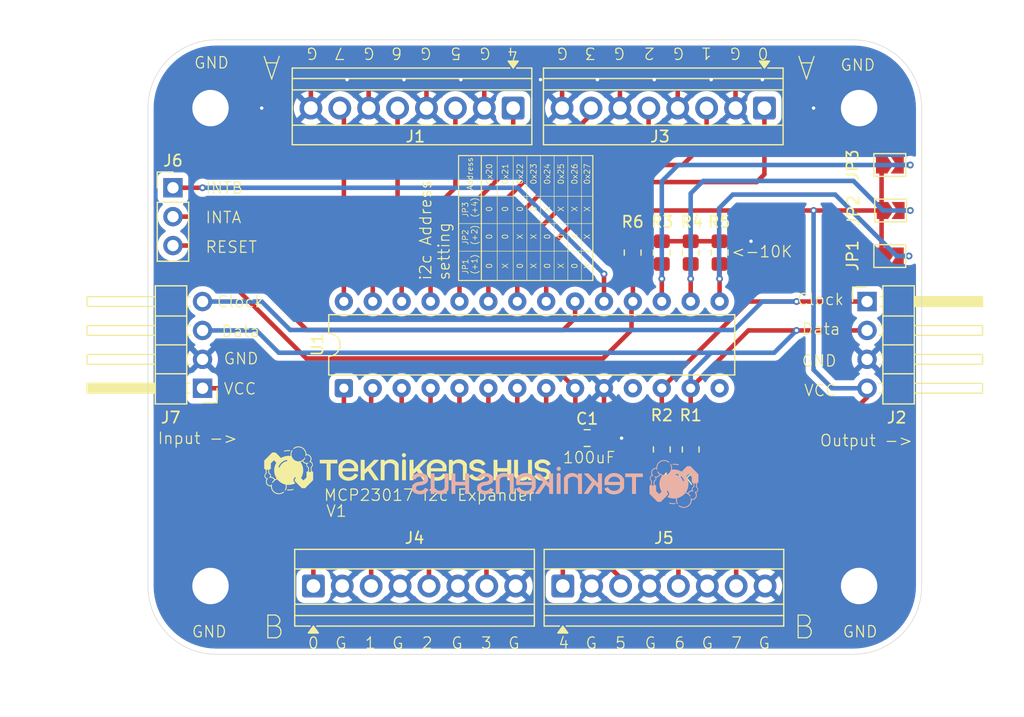
<source format=kicad_pcb>
(kicad_pcb (version 20241229) (generator "pcbnew") (generator_version "9.0")
  (layers (0 "F.Cu" signal) (2 "B.Cu" signal) (13 "F.Paste" user) (15 "B.Paste" user) (5 "F.SilkS" user "F.Silkscreen") (7 "B.SilkS" user "B.Silkscreen") (1 "F.Mask" user) (3 "B.Mask" user) (25 "Edge.Cuts" user))
  (net 0 "")
  (net 1 "GND")
  (net 2 "+3.3V")
  (net 3 "Net-(J1-Pin_5)")
  (net 4 "Net-(J1-Pin_1)")
  (net 5 "Net-(J1-Pin_7)")
  (net 6 "Net-(J1-Pin_3)")
  (net 7 "Net-(J3-Pin_5)")
  (net 8 "Net-(J3-Pin_1)")
  (net 9 "Net-(J3-Pin_3)")
  (net 10 "Net-(J3-Pin_7)")
  (net 11 "Net-(J4-Pin_7)")
  (net 12 "Net-(J4-Pin_5)")
  (net 13 "Net-(J4-Pin_1)")
  (net 14 "Net-(J4-Pin_3)")
  (net 15 "Net-(J5-Pin_7)")
  (net 16 "Net-(J5-Pin_1)")
  (net 17 "Net-(J5-Pin_3)")
  (net 18 "Net-(J5-Pin_5)")
  (net 19 "Net-(J6-Pin_2)")
  (net 20 "Net-(J6-Pin_1)")
  (net 21 "Net-(J6-Pin_3)")
  (net 22 "Net-(JP1-B)")
  (net 23 "Net-(JP2-B)")
  (net 24 "Net-(JP3-B)")
  (net 27 "Net-(J2-Pin_2)")
  (net 28 "Net-(J2-Pin_1)")
  (footprint "Jumper:SolderJumper-2_P1.3mm_Open_TrianglePad1.0x1.5mm" (layer "F.Cu") (at 172.275 92)
    (property "Reference" "JP2" (at -3.275 0 90) (layer "F.SilkS"))
    (property "Value" "SolderJumper_2_Open" (hide yes))
    (pad "1" smd custom (at -0.725 0) (size 0.3 0.3) (layers "F.Cu" "F.Mask") (net 2 "+3.3V") (options (clearance outline) (anchor rect)) (primitives (gr_poly (pts (xy 1 0) (xy 0.5 0.75) (xy -0.5 0.75) (xy -0.5 -0.75) (xy 0.5 -0.75)) (width 0) (fill yes))))
    (pad "2" smd custom (at 0.725 0) (size 0.3 0.3) (layers "F.Cu" "F.Mask") (net 23 "Net-(JP2-B)") (options (clearance outline) (anchor rect)) (primitives (gr_poly (pts (xy 0.5 0.75) (xy -0.65 0.75) (xy -0.15 0) (xy -0.65 -0.75) (xy 0.5 -0.75)) (width 0) (fill yes))))
  )
  (footprint "Resistor_SMD:R_0805_2012Metric_Pad1.20x1.40mm_HandSolder" (layer "F.Cu") (at 152.16 113 -90)
    (property "Reference" "R2" (at -3 0 180) (layer "F.SilkS"))
    (property "Value" "10K" (hide yes))
    (pad "1" smd roundrect (at -1 0 270) (size 1.2 1.4) (layers "F.Cu" "F.Mask" "F.Paste") (roundrect_rratio 0.208333) (net 28 "Net-(J2-Pin_1)"))
    (pad "2" smd roundrect (at 1 0 270) (size 1.2 1.4) (layers "F.Cu" "F.Mask" "F.Paste") (roundrect_rratio 0.208333) (net 2 "+3.3V"))
  )
  (footprint "Connector_PinHeader_2.54mm:PinHeader_1x03_P2.54mm_Vertical" (layer "F.Cu") (at 109.2 90)
    (property "Reference" "J6" (at 0 -2.38 0) (layer "F.SilkS"))
    (property "Value" "Conn_01x03_Pin" (hide yes))
    (pad "1" thru_hole rect (at 0 0) (size 1.7 1.7) (drill 1) (layers "*.Cu" "*.Mask") (net 20 "Net-(J6-Pin_1)"))
    (pad "2" thru_hole circle (at 0 2.54) (size 1.7 1.7) (drill 1) (layers "*.Cu" "*.Mask") (net 19 "Net-(J6-Pin_2)"))
    (pad "3" thru_hole circle (at 0 5.08) (size 1.7 1.7) (drill 1) (layers "*.Cu" "*.Mask") (net 21 "Net-(J6-Pin_3)"))
  )
  (footprint "TerminalBlock:TerminalBlock_Xinya_XY308-2.54-8P_1x08_P2.54mm_Horizontal" (layer "F.Cu") (at 143.46 125)
    (property "Reference" "J5" (at 8.89 -4.22 0) (layer "F.SilkS"))
    (property "Value" "Screw_Terminal_01x08 B4-B7" (hide yes))
    (pad "1" thru_hole roundrect (at 0 0) (size 2 2) (drill 1.2) (layers "*.Cu" "*.Mask") (roundrect_rratio 0.125) (net 16 "Net-(J5-Pin_1)"))
    (pad "2" thru_hole circle (at 2.54 0) (size 2 2) (drill 1.2) (layers "*.Cu" "*.Mask") (net 1 "GND"))
    (pad "3" thru_hole circle (at 5.08 0) (size 2 2) (drill 1.2) (layers "*.Cu" "*.Mask") (net 17 "Net-(J5-Pin_3)"))
    (pad "4" thru_hole circle (at 7.62 0) (size 2 2) (drill 1.2) (layers "*.Cu" "*.Mask") (net 1 "GND"))
    (pad "5" thru_hole circle (at 10.16 0) (size 2 2) (drill 1.2) (layers "*.Cu" "*.Mask") (net 18 "Net-(J5-Pin_5)"))
    (pad "6" thru_hole circle (at 12.7 0) (size 2 2) (drill 1.2) (layers "*.Cu" "*.Mask") (net 1 "GND"))
    (pad "7" thru_hole circle (at 15.24 0) (size 2 2) (drill 1.2) (layers "*.Cu" "*.Mask") (net 15 "Net-(J5-Pin_7)"))
    (pad "8" thru_hole circle (at 17.78 0) (size 2 2) (drill 1.2) (layers "*.Cu" "*.Mask") (net 1 "GND"))
  )
  (footprint "MountingHole:MountingHole_3.2mm_M3_DIN965_Pad" (layer "F.Cu") (at 169.5 125)
    (property "Reference" "H3" (hide yes))
    (property "Value" "MountingHole_Pad" (hide yes))
    (pad "1" thru_hole circle (at 0 0) (size 5.6 5.6) (drill 3.2) (layers "*.Cu" "*.Mask") (net 1 "GND"))
  )
  (footprint "Package_DIP:DIP-28_W7.62mm" (layer "F.Cu") (at 124.22 107.615 90)
    (property "Reference" "U1" (at 3.81 -2.33 90) (layer "F.SilkS"))
    (property "Value" "MCP23017_SP")
    (pad "1" thru_hole roundrect (at 0 0 90) (size 1.6 1.6) (drill 0.8) (layers "*.Cu" "*.Mask") (roundrect_rratio 0.15625) (net 13 "Net-(J4-Pin_1)"))
    (pad "2" thru_hole circle (at 0 2.54 90) (size 1.6 1.6) (drill 0.8) (layers "*.Cu" "*.Mask") (net 14 "Net-(J4-Pin_3)"))
    (pad "3" thru_hole circle (at 0 5.08 90) (size 1.6 1.6) (drill 0.8) (layers "*.Cu" "*.Mask") (net 12 "Net-(J4-Pin_5)"))
    (pad "4" thru_hole circle (at 0 7.62 90) (size 1.6 1.6) (drill 0.8) (layers "*.Cu" "*.Mask") (net 11 "Net-(J4-Pin_7)"))
    (pad "5" thru_hole circle (at 0 10.16 90) (size 1.6 1.6) (drill 0.8) (layers "*.Cu" "*.Mask") (net 16 "Net-(J5-Pin_1)"))
    (pad "6" thru_hole circle (at 0 12.7 90) (size 1.6 1.6) (drill 0.8) (layers "*.Cu" "*.Mask") (net 17 "Net-(J5-Pin_3)"))
    (pad "7" thru_hole circle (at 0 15.24 90) (size 1.6 1.6) (drill 0.8) (layers "*.Cu" "*.Mask") (net 18 "Net-(J5-Pin_5)"))
    (pad "8" thru_hole circle (at 0 17.78 90) (size 1.6 1.6) (drill 0.8) (layers "*.Cu" "*.Mask") (net 15 "Net-(J5-Pin_7)"))
    (pad "9" thru_hole circle (at 0 20.32 90) (size 1.6 1.6) (drill 0.8) (layers "*.Cu" "*.Mask") (net 2 "+3.3V"))
    (pad "10" thru_hole circle (at 0 22.86 90) (size 1.6 1.6) (drill 0.8) (layers "*.Cu" "*.Mask") (net 1 "GND"))
    (pad "11" thru_hole circle (at 0 25.4 90) (size 1.6 1.6) (drill 0.8) (layers "*.Cu" "*.Mask"))
    (pad "12" thru_hole circle (at 0 27.94 90) (size 1.6 1.6) (drill 0.8) (layers "*.Cu" "*.Mask") (net 28 "Net-(J2-Pin_1)"))
    (pad "13" thru_hole circle (at 0 30.48 90) (size 1.6 1.6) (drill 0.8) (layers "*.Cu" "*.Mask") (net 27 "Net-(J2-Pin_2)"))
    (pad "14" thru_hole circle (at 0 33.02 90) (size 1.6 1.6) (drill 0.8) (layers "*.Cu" "*.Mask"))
    (pad "15" thru_hole circle (at 7.62 33.02 90) (size 1.6 1.6) (drill 0.8) (layers "*.Cu" "*.Mask") (net 22 "Net-(JP1-B)"))
    (pad "16" thru_hole circle (at 7.62 30.48 90) (size 1.6 1.6) (drill 0.8) (layers "*.Cu" "*.Mask") (net 23 "Net-(JP2-B)"))
    (pad "17" thru_hole circle (at 7.62 27.94 90) (size 1.6 1.6) (drill 0.8) (layers "*.Cu" "*.Mask") (net 24 "Net-(JP3-B)"))
    (pad "18" thru_hole circle (at 7.62 25.4 90) (size 1.6 1.6) (drill 0.8) (layers "*.Cu" "*.Mask") (net 21 "Net-(J6-Pin_3)"))
    (pad "19" thru_hole circle (at 7.62 22.86 90) (size 1.6 1.6) (drill 0.8) (layers "*.Cu" "*.Mask") (net 20 "Net-(J6-Pin_1)"))
    (pad "20" thru_hole circle (at 7.62 20.32 90) (size 1.6 1.6) (drill 0.8) (layers "*.Cu" "*.Mask") (net 19 "Net-(J6-Pin_2)"))
    (pad "21" thru_hole circle (at 7.62 17.78 90) (size 1.6 1.6) (drill 0.8) (layers "*.Cu" "*.Mask") (net 8 "Net-(J3-Pin_1)"))
    (pad "22" thru_hole circle (at 7.62 15.24 90) (size 1.6 1.6) (drill 0.8) (layers "*.Cu" "*.Mask") (net 9 "Net-(J3-Pin_3)"))
    (pad "23" thru_hole circle (at 7.62 12.7 90) (size 1.6 1.6) (drill 0.8) (layers "*.Cu" "*.Mask") (net 7 "Net-(J3-Pin_5)"))
    (pad "24" thru_hole circle (at 7.62 10.16 90) (size 1.6 1.6) (drill 0.8) (layers "*.Cu" "*.Mask") (net 10 "Net-(J3-Pin_7)"))
    (pad "25" thru_hole circle (at 7.62 7.62 90) (size 1.6 1.6) (drill 0.8) (layers "*.Cu" "*.Mask") (net 4 "Net-(J1-Pin_1)"))
    (pad "26" thru_hole circle (at 7.62 5.08 90) (size 1.6 1.6) (drill 0.8) (layers "*.Cu" "*.Mask") (net 6 "Net-(J1-Pin_3)"))
    (pad "27" thru_hole circle (at 7.62 2.54 90) (size 1.6 1.6) (drill 0.8) (layers "*.Cu" "*.Mask") (net 3 "Net-(J1-Pin_5)"))
    (pad "28" thru_hole circle (at 7.62 0 90) (size 1.6 1.6) (drill 0.8) (layers "*.Cu" "*.Mask") (net 5 "Net-(J1-Pin_7)"))
  )
  (footprint "MountingHole:MountingHole_3.2mm_M3_DIN965_Pad" (layer "F.Cu") (at 169.5 83)
    (property "Reference" "H1" (hide yes))
    (property "Value" "MountingHole_Pad" (hide yes))
    (pad "1" thru_hole circle (at 0 0) (size 5.6 5.6) (drill 3.2) (layers "*.Cu" "*.Mask") (net 1 "GND"))
  )
  (footprint "Jumper:SolderJumper-2_P1.3mm_Open_TrianglePad1.0x1.5mm" (layer "F.Cu") (at 172.2 88)
    (property "Reference" "JP3" (at -3.275 0 90) (layer "F.SilkS"))
    (property "Value" "SolderJumper_2_Open" (hide yes))
    (pad "1" smd custom (at -0.725 0) (size 0.3 0.3) (layers "F.Cu" "F.Mask") (net 2 "+3.3V") (options (clearance outline) (anchor rect)) (primitives (gr_poly (pts (xy 1 0) (xy 0.5 0.75) (xy -0.5 0.75) (xy -0.5 -0.75) (xy 0.5 -0.75)) (width 0) (fill yes))))
    (pad "2" smd custom (at 0.725 0) (size 0.3 0.3) (layers "F.Cu" "F.Mask") (net 24 "Net-(JP3-B)") (options (clearance outline) (anchor rect)) (primitives (gr_poly (pts (xy 0.5 0.75) (xy -0.65 0.75) (xy -0.15 0) (xy -0.65 -0.75) (xy 0.5 -0.75)) (width 0) (fill yes))))
  )
  (footprint "TerminalBlock:TerminalBlock_Xinya_XY308-2.54-8P_1x08_P2.54mm_Horizontal" (layer "F.Cu") (at 161.18 83 180)
    (property "Reference" "J3" (at 9.18 -2.5 0) (layer "F.SilkS"))
    (property "Value" "Screw_Terminal_01x08 A0-A3" (hide yes))
    (pad "1" thru_hole roundrect (at 0 0 180) (size 2 2) (drill 1.2) (layers "*.Cu" "*.Mask") (roundrect_rratio 0.125) (net 8 "Net-(J3-Pin_1)"))
    (pad "2" thru_hole circle (at 2.54 0 180) (size 2 2) (drill 1.2) (layers "*.Cu" "*.Mask") (net 1 "GND"))
    (pad "3" thru_hole circle (at 5.08 0 180) (size 2 2) (drill 1.2) (layers "*.Cu" "*.Mask") (net 9 "Net-(J3-Pin_3)"))
    (pad "4" thru_hole circle (at 7.62 0 180) (size 2 2) (drill 1.2) (layers "*.Cu" "*.Mask") (net 1 "GND"))
    (pad "5" thru_hole circle (at 10.16 0 180) (size 2 2) (drill 1.2) (layers "*.Cu" "*.Mask") (net 7 "Net-(J3-Pin_5)"))
    (pad "6" thru_hole circle (at 12.7 0 180) (size 2 2) (drill 1.2) (layers "*.Cu" "*.Mask") (net 1 "GND"))
    (pad "7" thru_hole circle (at 15.24 0 180) (size 2 2) (drill 1.2) (layers "*.Cu" "*.Mask") (net 10 "Net-(J3-Pin_7)"))
    (pad "8" thru_hole circle (at 17.78 0 180) (size 2 2) (drill 1.2) (layers "*.Cu" "*.Mask") (net 1 "GND"))
  )
  (footprint "Resistor_SMD:R_0805_2012Metric_Pad1.20x1.40mm_HandSolder" (layer "F.Cu") (at 154.7 95.7 90)
    (property "Reference" "R4" (at 2.7 0.1 180) (layer "F.SilkS"))
    (property "Value" "10K" (hide yes))
    (pad "1" smd roundrect (at -1 0 90) (size 1.2 1.4) (layers "F.Cu" "F.Mask" "F.Paste") (roundrect_rratio 0.208333) (net 23 "Net-(JP2-B)"))
    (pad "2" smd roundrect (at 1 0 90) (size 1.2 1.4) (layers "F.Cu" "F.Mask" "F.Paste") (roundrect_rratio 0.208333) (net 1 "GND"))
  )
  (footprint "Jumper:SolderJumper-2_P1.3mm_Open_TrianglePad1.0x1.5mm" (layer "F.Cu") (at 172.2 96)
    (property "Reference" "JP1" (at -3.275 -0.04 270) (layer "F.SilkS"))
    (property "Value" "SolderJumper_2_Open" (hide yes))
    (pad "1" smd custom (at -0.725 0) (size 0.3 0.3) (layers "F.Cu" "F.Mask") (net 2 "+3.3V") (options (clearance outline) (anchor rect)) (primitives (gr_poly (pts (xy 1 0) (xy 0.5 0.75) (xy -0.5 0.75) (xy -0.5 -0.75) (xy 0.5 -0.75)) (width 0) (fill yes))))
    (pad "2" smd custom (at 0.725 0) (size 0.3 0.3) (layers "F.Cu" "F.Mask") (net 22 "Net-(JP1-B)") (options (clearance outline) (anchor rect)) (primitives (gr_poly (pts (xy 0.5 0.75) (xy -0.65 0.75) (xy -0.15 0) (xy -0.65 -0.75) (xy 0.5 -0.75)) (width 0) (fill yes))))
  )
  (footprint "Resistor_SMD:R_0805_2012Metric_Pad1.20x1.40mm_HandSolder" (layer "F.Cu") (at 149.6 95.7 90)
    (property "Reference" "R6" (at 2.7 0 0) (layer "F.SilkS"))
    (property "Value" "10K")
    (pad "1" smd roundrect (at -1 0 90) (size 1.2 1.4) (layers "F.Cu" "F.Mask" "F.Paste") (roundrect_rratio 0.208333) (net 21 "Net-(J6-Pin_3)"))
    (pad "2" smd roundrect (at 1 0 90) (size 1.2 1.4) (layers "F.Cu" "F.Mask" "F.Paste") (roundrect_rratio 0.208333) (net 2 "+3.3V"))
  )
  (footprint "TerminalBlock:TerminalBlock_Xinya_XY308-2.54-8P_1x08_P2.54mm_Horizontal" (layer "F.Cu") (at 139.1 83 180)
    (property "Reference" "J1" (at 8.6 -2.5 0) (layer "F.SilkS"))
    (property "Value" "Screw_Terminal_01x08 A4-A7" (hide yes))
    (pad "1" thru_hole roundrect (at 0 0 180) (size 2 2) (drill 1.2) (layers "*.Cu" "*.Mask") (roundrect_rratio 0.125) (net 4 "Net-(J1-Pin_1)"))
    (pad "2" thru_hole circle (at 2.54 0 180) (size 2 2) (drill 1.2) (layers "*.Cu" "*.Mask") (net 1 "GND"))
    (pad "3" thru_hole circle (at 5.08 0 180) (size 2 2) (drill 1.2) (layers "*.Cu" "*.Mask") (net 6 "Net-(J1-Pin_3)"))
    (pad "4" thru_hole circle (at 7.62 0 180) (size 2 2) (drill 1.2) (layers "*.Cu" "*.Mask") (net 1 "GND"))
    (pad "5" thru_hole circle (at 10.16 0 180) (size 2 2) (drill 1.2) (layers "*.Cu" "*.Mask") (net 3 "Net-(J1-Pin_5)"))
    (pad "6" thru_hole circle (at 12.7 0 180) (size 2 2) (drill 1.2) (layers "*.Cu" "*.Mask") (net 1 "GND"))
    (pad "7" thru_hole circle (at 15.24 0 180) (size 2 2) (drill 1.2) (layers "*.Cu" "*.Mask") (net 5 "Net-(J1-Pin_7)"))
    (pad "8" thru_hole circle (at 17.78 0 180) (size 2 2) (drill 1.2) (layers "*.Cu" "*.Mask") (net 1 "GND"))
  )
  (footprint "MountingHole:MountingHole_3.2mm_M3_DIN965_Pad" (layer "F.Cu") (at 112.5 83)
    (property "Reference" "H2" (hide yes))
    (property "Value" "MountingHole_Pad" (hide yes))
    (pad "1" thru_hole circle (at 0 0) (size 5.6 5.6) (drill 3.2) (layers "*.Cu" "*.Mask") (net 1 "GND"))
  )
  (footprint "Graphics:teknikenshus-text-logo" (layer "F.Cu") (at 129.8 114.8)
    (property "Reference" "G***" (hide yes))
    (property "Value" "LOGO" (hide yes))
  )
  (footprint "Capacitor_SMD:C_0805_2012Metric_Pad1.18x1.45mm_HandSolder" (layer "F.Cu") (at 145.6 112)
    (property "Reference" "C1" (at 0 -1.7 180) (layer "F.SilkS"))
    (property "Value" "C 100uf")
    (pad "1" smd roundrect (at -1.0375 0) (size 1.175 1.45) (layers "F.Cu" "F.Mask" "F.Paste") (roundrect_rratio 0.212766) (net 2 "+3.3V"))
    (pad "2" smd roundrect (at 1.0375 0) (size 1.175 1.45) (layers "F.Cu" "F.Mask" "F.Paste") (roundrect_rratio 0.212766) (net 1 "GND"))
  )
  (footprint "TerminalBlock:TerminalBlock_Xinya_XY308-2.54-8P_1x08_P2.54mm_Horizontal" (layer "F.Cu") (at 121.54 125)
    (property "Reference" "J4" (at 8.89 -4.22 0) (layer "F.SilkS"))
    (property "Value" "Screw_Terminal_01x08 B0-B3" (hide yes))
    (pad "1" thru_hole roundrect (at 0 0) (size 2 2) (drill 1.2) (layers "*.Cu" "*.Mask") (roundrect_rratio 0.125) (net 13 "Net-(J4-Pin_1)"))
    (pad "2" thru_hole circle (at 2.54 0) (size 2 2) (drill 1.2) (layers "*.Cu" "*.Mask") (net 1 "GND"))
    (pad "3" thru_hole circle (at 5.08 0) (size 2 2) (drill 1.2) (layers "*.Cu" "*.Mask") (net 14 "Net-(J4-Pin_3)"))
    (pad "4" thru_hole circle (at 7.62 0) (size 2 2) (drill 1.2) (layers "*.Cu" "*.Mask") (net 1 "GND"))
    (pad "5" thru_hole circle (at 10.16 0) (size 2 2) (drill 1.2) (layers "*.Cu" "*.Mask") (net 12 "Net-(J4-Pin_5)"))
    (pad "6" thru_hole circle (at 12.7 0) (size 2 2) (drill 1.2) (layers "*.Cu" "*.Mask") (net 1 "GND"))
    (pad "7" thru_hole circle (at 15.24 0) (size 2 2) (drill 1.2) (layers "*.Cu" "*.Mask") (net 11 "Net-(J4-Pin_7)"))
    (pad "8" thru_hole circle (at 17.78 0) (size 2 2) (drill 1.2) (layers "*.Cu" "*.Mask") (net 1 "GND"))
  )
  (footprint "Resistor_SMD:R_0805_2012Metric_Pad1.20x1.40mm_HandSolder" (layer "F.Cu") (at 152.16 95.7 90)
    (property "Reference" "R3" (at 2.7 0.04 180) (layer "F.SilkS"))
    (property "Value" "10K" (hide yes))
    (pad "1" smd roundrect (at -1 0 90) (size 1.2 1.4) (layers "F.Cu" "F.Mask" "F.Paste") (roundrect_rratio 0.208333) (net 24 "Net-(JP3-B)"))
    (pad "2" smd roundrect (at 1 0 90) (size 1.2 1.4) (layers "F.Cu" "F.Mask" "F.Paste") (roundrect_rratio 0.208333) (net 1 "GND"))
  )
  (footprint "Resistor_SMD:R_0805_2012Metric_Pad1.20x1.40mm_HandSolder" (layer "F.Cu") (at 154.7 113 -90)
    (property "Reference" "R1" (at -3 0 180) (layer "F.SilkS"))
    (property "Value" "10K" (hide yes))
    (pad "1" smd roundrect (at -1 0 270) (size 1.2 1.4) (layers "F.Cu" "F.Mask" "F.Paste") (roundrect_rratio 0.208333) (net 27 "Net-(J2-Pin_2)"))
    (pad "2" smd roundrect (at 1 0 270) (size 1.2 1.4) (layers "F.Cu" "F.Mask" "F.Paste") (roundrect_rratio 0.208333) (net 2 "+3.3V"))
  )
  (footprint "Connector_PinHeader_2.54mm:PinHeader_1x04_P2.54mm_Horizontal" (layer "F.Cu") (at 170.2 100)
    (property "Reference" "J2" (at 2.6 10.2 0) (layer "F.SilkS"))
    (property "Value" "Output")
    (pad "1" thru_hole rect (at 0 0) (size 1.7 1.7) (drill 1) (layers "*.Cu" "*.Mask") (net 28 "Net-(J2-Pin_1)"))
    (pad "2" thru_hole circle (at 0 2.54) (size 1.7 1.7) (drill 1) (layers "*.Cu" "*.Mask") (net 27 "Net-(J2-Pin_2)"))
    (pad "3" thru_hole circle (at 0 5.08) (size 1.7 1.7) (drill 1) (layers "*.Cu" "*.Mask") (net 1 "GND"))
    (pad "4" thru_hole circle (at 0 7.62) (size 1.7 1.7) (drill 1) (layers "*.Cu" "*.Mask") (net 2 "+3.3V"))
  )
  (footprint "Resistor_SMD:R_0805_2012Metric_Pad1.20x1.40mm_HandSolder" (layer "F.Cu") (at 157.24 95.7 90)
    (property "Reference" "R5" (at 2.7 -0.04 180) (layer "F.SilkS"))
    (property "Value" "10K" (hide yes))
    (pad "1" smd roundrect (at -1 0 90) (size 1.2 1.4) (layers "F.Cu" "F.Mask" "F.Paste") (roundrect_rratio 0.208333) (net 22 "Net-(JP1-B)"))
    (pad "2" smd roundrect (at 1 0 90) (size 1.2 1.4) (layers "F.Cu" "F.Mask" "F.Paste") (roundrect_rratio 0.208333) (net 1 "GND"))
  )
  (footprint "Connector_PinHeader_2.54mm:PinHeader_1x04_P2.54mm_Horizontal" (layer "F.Cu") (at 111.8 107.62 180)
    (property "Reference" "J7" (at 2.8 -2.58 0) (layer "F.SilkS"))
    (property "Value" "Input")
    (pad "1" thru_hole rect (at 0 0 180) (size 1.7 1.7) (drill 1) (layers "*.Cu" "*.Mask") (net 2 "+3.3V"))
    (pad "2" thru_hole circle (at 0 2.54 180) (size 1.7 1.7) (drill 1) (layers "*.Cu" "*.Mask") (net 1 "GND"))
    (pad "3" thru_hole circle (at 0 5.08 180) (size 1.7 1.7) (drill 1) (layers "*.Cu" "*.Mask") (net 27 "Net-(J2-Pin_2)"))
    (pad "4" thru_hole circle (at 0 7.62 180) (size 1.7 1.7) (drill 1) (layers "*.Cu" "*.Mask") (net 28 "Net-(J2-Pin_1)"))
  )
  (footprint "MountingHole:MountingHole_3.2mm_M3_DIN965_Pad" (layer "F.Cu") (at 112.5 125)
    (property "Reference" "H4" (hide yes))
    (property "Value" "MountingHole_Pad" (hide yes))
    (pad "1" thru_hole circle (at 0 0) (size 5.6 5.6) (drill 3.2) (layers "*.Cu" "*.Mask") (net 1 "GND"))
  )
  (footprint "Graphics:teknikenshus-text-logo" (layer "B.Cu") (at 142.8 116 180)
    (property "Reference" "G***" (hide yes))
    (property "Value" "LOGO" (hide yes))
  )
  (gr_arc (start 175 125) (mid 173.242641 129.242641) (end 169 131) (stroke (width 0.05)) (layer "Edge.Cuts"))
  (gr_line (start 169 131) (end 113 131) (stroke (width 0.05)) (layer "Edge.Cuts"))
  (gr_arc (start 107 83) (mid 108.757359 78.757359) (end 113 77) (stroke (width 0.05)) (layer "Edge.Cuts"))
  (gr_line (start 175 83) (end 175 125) (stroke (width 0.05)) (layer "Edge.Cuts"))
  (gr_arc (start 113 131) (mid 108.757359 129.242641) (end 107 125) (stroke (width 0.05)) (layer "Edge.Cuts"))
  (gr_arc (start 169 77) (mid 173.242641 78.757359) (end 175 83) (stroke (width 0.05)) (layer "Edge.Cuts"))
  (gr_line (start 113 77) (end 169 77) (stroke (width 0.05)) (layer "Edge.Cuts"))
  (gr_line (start 107 125) (end 107 83) (stroke (width 0.05)) (layer "Edge.Cuts"))
  (gr_text "G" (at 155.6 130.6 0) (layer "F.SilkS") (effects (font (size 1 1) (thickness 0.1)) (justify left bottom)))
  (gr_text "G" (at 154.2 77.6 180) (layer "F.SilkS") (effects (font (size 1 1) (thickness 0.1)) (justify left bottom)))
  (gr_text "G" (at 150.6 130.6 0) (layer "F.SilkS") (effects (font (size 1 1) (thickness 0.1)) (justify left bottom)))
  (gr_text "G" (at 122 77.6 180) (layer "F.SilkS") (effects (font (size 1 1) (thickness 0.1)) (justify left bottom)))
  (gr_text "G" (at 132 77.6 180) (layer "F.SilkS") (effects (font (size 1 1) (thickness 0.1)) (justify left bottom)))
  (gr_text "G" (at 127 77.6 180) (layer "F.SilkS") (effects (font (size 1 1) (thickness 0.1)) (justify left bottom)))
  (gr_text "7" (at 158.2 130.6 0) (layer "F.SilkS") (effects (font (size 1 1) (thickness 0.1)) (justify left bottom)))
  (gr_text "G" (at 128.4 130.6 0) (layer "F.SilkS") (effects (font (size 1 1) (thickness 0.1)) (justify left bottom)))
  (gr_text "1" (at 156.6 77.6 180) (layer "F.SilkS") (effects (font (size 1 1) (thickness 0.1)) (justify left bottom)))
  (gr_text "0" (at 161.6 77.6 180) (layer "F.SilkS") (effects (font (size 1 1) (thickness 0.1)) (justify left bottom)))
  (gr_text "GND" (at 111 79.6 0) (layer "F.SilkS") (effects (font (size 1 1) (thickness 0.1)) (justify left bottom)))
  (gr_text "1" (at 126 130.6 0) (layer "F.SilkS") (effects (font (size 1 1) (thickness 0.1)) (justify left bottom)))
  (gr_text "G" (at 144 77.6 180) (layer "F.SilkS") (effects (font (size 1 1) (thickness 0.1)) (justify left bottom)))
  (gr_text "G" (at 137.2 77.6 180) (layer "F.SilkS") (effects (font (size 1 1) (thickness 0.1)) (justify left bottom)))
  (gr_text "Input ->" (at 107.8 112.6 0) (layer "F.SilkS") (effects (font (size 1 1) (thickness 0.1)) (justify left bottom)))
  (gr_text "<-10K" (at 158.2 96.2 0) (layer "F.SilkS") (effects (font (size 1 1) (thickness 0.1)) (justify left bottom)))
  (gr_text "GND" (at 168 129.6 0) (layer "F.SilkS") (effects (font (size 1 1) (thickness 0.1)) (justify left bottom)))
  (gr_text "V1" (at 122.6 119 0) (layer "F.SilkS") (effects (font (size 1 1) (thickness 0.1)) (justify left bottom)))
  (gr_text "A" (at 118.8 78.2 180) (layer "F.SilkS") (effects (font (size 2 2) (thickness 0.1)) (justify left bottom)))
  (gr_text "4" (at 143 130.6 0) (layer "F.SilkS") (effects (font (size 1 1) (thickness 0.1)) (justify left bottom)))
  (gr_text "INTA" (at 112 93.2 0) (layer "F.SilkS") (effects (font (size 1 1) (thickness 0.1)) (justify left bottom)))
  (gr_text "Clock\n" (at 164 100.4 0) (layer "F.SilkS") (effects (font (size 1 1) (thickness 0.1)) (justify left bottom)))
  (gr_text "0" (at 121 130.6 0) (layer "F.SilkS") (effects (font (size 1 1) (thickness 0.1)) (justify left bottom)))
  (gr_text "2" (at 151.6 77.6 180) (layer "F.SilkS") (effects (font (size 1 1) (thickness 0.1)) (justify left bottom)))
  (gr_text "GND" (at 113.6 105.6 0) (layer "F.SilkS") (effects (font (size 1 1) (thickness 0.1)) (justify left bottom)))
  (gr_text "100uF" (at 143.4 114.297154 0) (layer "F.SilkS") (effects (font (size 1 1) (thickness 0.1)) (justify left bottom)))
  (gr_text "GND" (at 164.4 105.8 0) (layer "F.SilkS") (effects (font (size 1 1) (thickness 0.1)) (justify left bottom)))
  (gr_text "Clock\n" (at 113 100.6 0) (layer "F.SilkS") (effects (font (size 1 1) (thickness 0.1)) (justify left bottom)))
  (gr_text "G" (at 149 77.6 180) (layer "F.SilkS") (effects (font (size 1 1) (thickness 0.1)) (justify left bottom)))
  (gr_text "Data" (at 113.4 103.2 0) (layer "F.SilkS") (effects (font (size 1 1) (thickness 0.1)) (justify left bottom)))
  (gr_text "4" (at 139.6 77.6 180) (layer "F.SilkS") (effects (font (size 1 1) (thickness 0.1)) (justify left bottom)))
  (gr_text "3" (at 146.4 77.6 180) (layer "F.SilkS") (effects (font (size 1 1) (thickness 0.1)) (justify left bottom)))
  (gr_text "B" (at 117 129.8 0) (layer "F.SilkS") (effects (font (size 2 2) (thickness 0.1)) (justify left bottom)))
  (gr_text "6" (at 153.2 130.6 0) (layer "F.SilkS") (effects (font (size 1 1) (thickness 0.1)) (justify left bottom)))
  (gr_text "3" (at 136.2 130.6 0) (layer "F.SilkS") (effects (font (size 1 1) (thickness 0.1)) (justify left bottom)))
  (gr_text "G" (at 138.6 130.6 0) (layer "F.SilkS") (effects (font (size 1 1) (thickness 0.1)) (justify left bottom)))
  (gr_text "A" (at 165.8 78.2 180) (layer "F.SilkS") (effects (font (size 2 2) (thickness 0.1)) (justify left bottom)))
  (gr_text "10K" (at 152 116.2 0) (layer "F.SilkS") (effects (font (size 1 1) (thickness 0.1)) (justify left bottom)))
  (gr_text "VCC" (at 113.6 108.255 0) (layer "F.SilkS") (effects (font (size 1 1) (thickness 0.1)) (justify left bottom)))
  (gr_text "Output ->" (at 166 112.8 0) (layer "F.SilkS") (effects (font (size 1 1) (thickness 0.1)) (justify left bottom)))
  (gr_text "i2c Address\nsetting" (at 133.6 98.2 90) (layer "F.SilkS") (effects (font (size 1 1) (thickness 0.1)) (justify left bottom)))
  (gr_text "5" (at 148 130.6 0) (layer "F.SilkS") (effects (font (size 1 1) (thickness 0.1)) (justify left bottom)))
  (gr_text "GND" (at 110.8 129.6 0) (layer "F.SilkS") (effects (font (size 1 1) (thickness 0.1)) (justify left bottom)))
  (gr_text "G" (at 145.4 130.6 0) (layer "F.SilkS") (effects (font (size 1 1) (thickness 0.1)) (justify left bottom)))
  (gr_text "Data" (at 164.4 103 0) (layer "F.SilkS") (effects (font (size 1 1) (thickness 0.1)) (justify left bottom)))
  (gr_text "G" (at 133.6 130.6 0) (layer "F.SilkS") (effects (font (size 1 1) (thickness 0.1)) (justify left bottom)))
  (gr_text "6" (at 129.4 77.6 180) (layer "F.SilkS") (effects (font (size 1 1) (thickness 0.1)) (justify left bottom)))
  (gr_text "INTB" (at 112 90.6 0) (layer "F.SilkS") (effects (font (size 1 1) (thickness 0.1)) (justify left bottom)))
  (gr_text "MCP23017 i2c Expander" (at 122.4 117.6 0) (layer "F.SilkS") (effects (font (size 1 1) (thickness 0.1)) (justify left bottom)))
  (gr_text "VCC" (at 164.6 108.4 0) (layer "F.SilkS") (effects (font (size 1 1) (thickness 0.1)) (justify left bottom)))
  (gr_text "RESET" (at 112 95.8 0) (layer "F.SilkS") (effects (font (size 1 1) (thickness 0.1)) (justify left bottom)))
  (gr_text "7" (at 124.4 77.6 180) (layer "F.SilkS") (effects (font (size 1 1) (thickness 0.1)) (justify left bottom)))
  (gr_text "GND" (at 167.8 79.8 0) (layer "F.SilkS") (effects (font (size 1 1) (thickness 0.1)) (justify left bottom)))
  (gr_text "G" (at 160.6 130.6 0) (layer "F.SilkS") (effects (font (size 1 1) (thickness 0.1)) (justify left bottom)))
  (gr_text "G" (at 159.2 77.6 180) (layer "F.SilkS") (effects (font (size 1 1) (thickness 0.1)) (justify left bottom)))
  (gr_text "2" (at 131 130.6 0) (layer "F.SilkS") (effects (font (size 1 1) (thickness 0.1)) (justify left bottom)))
  (gr_text "5" (at 134.6 77.6 180) (layer "F.SilkS") (effects (font (size 1 1) (thickness 0.1)) (justify left bottom)))
  (gr_text "B" (at 163.6 129.8 0) (layer "F.SilkS") (effects (font (size 2 2) (thickness 0.1)) (justify left bottom)))
  (gr_text "G" (at 123.4 130.6 0) (layer "F.SilkS") (effects (font (size 1 1) (thickness 0.1)) (justify left bottom)))
  (table (column_count 4) (layer "F.SilkS") (border (external yes) (header yes) (stroke (width 0.1))) (separators (rows yes) (cols yes) (stroke (width 0.05))) (column_widths 2.575 2.425 2.4 3.575) (row_heights 2 1.4 1.4 1.2 1.2 1.2 1.2 1.2 1) (cells (table_cell "JP1 (+1)" (start 134.3 98.15) (end 136.3 95.575) (margins 0.5 0.5 0.5 0.5) (span 1 1) (angle 90) (layer "F.SilkS") (effects (font (size 0.5 0.5)) (justify left))) (table_cell "JP2 (+2)" (start 134.3 95.575) (end 136.3 93.15) (margins 0.5 0.5 0.5 0.5) (span 1 1) (angle 90) (layer "F.SilkS") (effects (font (size 0.5 0.5)) (justify left))) (table_cell "JP3 (+4)" (start 134.3 93.15) (end 136.3 90.75) (margins 0.5 0.5 0.5 0.5) (span 1 1) (angle 90) (layer "F.SilkS") (effects (font (size 0.5 0.5)) (justify left))) (table_cell "Address" (start 134.3 90.75) (end 136.3 87.175) (margins 0.5 0.5 0.5 0.5) (span 1 1) (angle 90) (layer "F.SilkS") (effects (font (size 0.5 0.5)) (justify left))) (table_cell "0" (start 136.3 98.15) (end 137.7 95.575) (margins 1.0025 1.0025 1.0025 1.0025) (span 1 1) (angle 90) (layer "F.SilkS") (effects (font (size 0.5 0.5)) (justify left))) (table_cell "0" (start 136.3 95.575) (end 137.7 93.15) (margins 1.0025 1.0025 1.0025 1.0025) (span 1 1) (angle 90) (layer "F.SilkS") (effects (font (size 0.5 0.5)) (justify left))) (table_cell "0" (start 136.3 93.15) (end 137.7 90.75) (margins 1.0025 1.0025 1.0025 1.0025) (span 1 1) (angle 90) (layer "F.SilkS") (effects (font (size 0.5 0.5)) (justify left))) (table_cell "0x20" (start 136.3 90.75) (end 137.7 87.175) (margins 1.0025 1.0025 1.0025 1.0025) (span 1 1) (angle 90) (layer "F.SilkS") (effects (font (size 0.5 0.5)) (justify left))) (table_cell "X" (start 137.7 98.15) (end 139.1 95.575) (margins 1.0025 1.0025 1.0025 1.0025) (span 1 1) (angle 90) (layer "F.SilkS") (effects (font (size 0.5 0.5)) (justify left))) (table_cell "0" (start 137.7 95.575) (end 139.1 93.15) (margins 1.0025 1.0025 1.0025 1.0025) (span 1 1) (angle 90) (layer "F.SilkS") (effects (font (size 0.5 0.5)) (justify left))) (table_cell "0" (start 137.7 93.15) (end 139.1 90.75) (margins 1.0025 1.0025 1.0025 1.0025) (span 1 1) (angle 90) (layer "F.SilkS") (effects (font (size 0.5 0.5)) (justify left))) (table_cell "0x21" (start 137.7 90.75) (end 139.1 87.175) (margins 1.0025 1.0025 1.0025 1.0025) (span 1 1) (angle 90) (layer "F.SilkS") (effects (font (size 0.5 0.5)) (justify left))) (table_cell "0" (start 139.1 98.15) (end 140.3 95.575) (margins 1.0025 1.0025 1.0025 1.0025) (span 1 1) (angle 90) (layer "F.SilkS") (effects (font (size 0.5 0.5)) (justify left))) (table_cell "X" (start 139.1 95.575) (end 140.3 93.15) (margins 1.0025 1.0025 1.0025 1.0025) (span 1 1) (angle 90) (layer "F.SilkS") (effects (font (size 0.5 0.5)) (justify left))) (table_cell "0" (start 139.1 93.15) (end 140.3 90.75) (margins 1.0025 1.0025 1.0025 1.0025) (span 1 1) (angle 90) (layer "F.SilkS") (effects (font (size 0.5 0.5)) (justify left))) (table_cell "0x22" (start 139.1 90.75) (end 140.3 87.175) (margins 1.0025 1.0025 1.0025 1.0025) (span 1 1) (angle 90) (layer "F.SilkS") (effects (font (size 0.5 0.5)) (justify left))) (table_cell "X" (start 140.3 98.15) (end 141.5 95.575) (margins 1.0025 1.0025 1.0025 1.0025) (span 1 1) (angle 90) (layer "F.SilkS") (effects (font (size 0.5 0.5)) (justify left))) (table_cell "X" (start 140.3 95.575) (end 141.5 93.15) (margins 1.0025 1.0025 1.0025 1.0025) (span 1 1) (angle 90) (layer "F.SilkS") (effects (font (size 0.5 0.5)) (justify left))) (table_cell "0" (start 140.3 93.15) (end 141.5 90.75) (margins 1.0025 1.0025 1.0025 1.0025) (span 1 1) (angle 90) (layer "F.SilkS") (effects (font (size 0.5 0.5)) (justify left))) (table_cell "0x23" (start 140.3 90.75) (end 141.5 87.175) (margins 1.0025 1.0025 1.0025 1.0025) (span 1 1) (angle 90) (layer "F.SilkS") (effects (font (size 0.5 0.5)) (justify left))) (table_cell "0" (start 141.5 98.15) (end 142.7 95.575) (margins 1.0025 1.0025 1.0025 1.0025) (span 1 1) (angle 90) (layer "F.SilkS") (effects (font (size 0.5 0.5)) (justify left))) (table_cell "0" (start 141.5 95.575) (end 142.7 93.15) (margins 1.0025 1.0025 1.0025 1.0025) (span 1 1) (angle 90) (layer "F.SilkS") (effects (font (size 0.5 0.5)) (justify left))) (table_cell "X" (start 141.5 93.15) (end 142.7 90.75) (margins 1.0025 1.0025 1.0025 1.0025) (span 1 1) (angle 90) (layer "F.SilkS") (effects (font (size 0.5 0.5)) (justify left))) (table_cell "0x24" (start 141.5 90.75) (end 142.7 87.175) (margins 1.0025 1.0025 1.0025 1.0025) (span 1 1) (angle 90) (layer "F.SilkS") (effects (font (size 0.5 0.5)) (justify left))) (table_cell "X" (start 142.7 98.15) (end 143.9 95.575) (margins 1.0025 1.0025 1.0025 1.0025) (span 1 1) (angle 90) (layer "F.SilkS") (effects (font (size 0.5 0.5)) (justify left))) (table_cell "0" (start 142.7 95.575) (end 143.9 93.15) (margins 1.0025 1.0025 1.0025 1.0025) (span 1 1) (angle 90) (layer "F.SilkS") (effects (font (size 0.5 0.5)) (justify left))) (table_cell "X" (start 142.7 93.15) (end 143.9 90.75) (margins 1.0025 1.0025 1.0025 1.0025) (span 1 1) (angle 90) (layer "F.SilkS") (effects (font (size 0.5 0.5)) (justify left))) (table_cell "0x25" (start 142.7 90.75) (end 143.9 87.175) (margins 1.0025 1.0025 1.0025 1.0025) (span 1 1) (angle 90) (layer "F.SilkS") (effects (font (size 0.5 0.5)) (justify left))) (table_cell "0" (start 143.9 98.15) (end 145.1 95.575) (margins 1.0025 1.0025 1.0025 1.0025) (span 1 1) (angle 90) (layer "F.SilkS") (effects (font (size 0.5 0.5)) (justify left))) (table_cell "X" (start 143.9 95.575) (end 145.1 93.15) (margins 1.0025 1.0025 1.0025 1.0025) (span 1 1) (angle 90) (layer "F.SilkS") (effects (font (size 0.5 0.5)) (justify left))) (table_cell "X" (start 143.9 93.15) (end 145.1 90.75) (margins 1.0025 1.0025 1.0025 1.0025) (span 1 1) (angle 90) (layer "F.SilkS") (effects (font (size 0.5 0.5)) (justify left))) (table_cell "0x26" (start 143.9 90.75) (end 145.1 87.175) (margins 1.0025 1.0025 1.0025 1.0025) (span 1 1) (angle 90) (layer "F.SilkS") (effects (font (size 0.5 0.5)) (justify left))) (table_cell "X" (start 145.1 98.15) (end 146.1 95.575) (margins 1.0025 1.0025 1.0025 1.0025) (span 1 1) (angle 90) (layer "F.SilkS") (effects (font (size 0.5 0.5)) (justify left))) (table_cell "X" (start 145.1 95.575) (end 146.1 93.15) (margins 1.0025 1.0025 1.0025 1.0025) (span 1 1) (angle 90) (layer "F.SilkS") (effects (font (size 0.5 0.5)) (justify left))) (table_cell "X" (start 145.1 93.15) (end 146.1 90.75) (margins 1.0025 1.0025 1.0025 1.0025) (span 1 1) (angle 90) (layer "F.SilkS") (effects (font (size 0.5 0.5)) (justify left))) (table_cell "0x27" (start 145.1 90.75) (end 146.1 87.175) (margins 1.0025 1.0025 1.0025 1.0025) (span 1 1) (angle 90) (layer "F.SilkS") (effects (font (size 0.5 0.5)) (justify left)))))
  (segment (start 148.48 81.02) (end 149 80.5) (width 0.4) (layer "F.Cu") (net 1))
  (segment (start 141.5 80.5) (end 137 80.5) (width 0.4) (layer "F.Cu") (net 1))
  (segment (start 146.6375 112) (end 148.6 112) (width 0.4) (layer "F.Cu") (net 1))
  (segment (start 154 80.5) (end 151.5 80.5) (width 0.4) (layer "F.Cu") (net 1))
  (segment (start 157.24 94.7) (end 160 94.7) (width 0.4) (layer "F.Cu") (net 1))
  (segment (start 126.4 83) (end 126.4 81.1) (width 0.4) (layer "F.Cu") (net 1))
  (segment (start 143.4 83) (end 143.4 81.1) (width 0.4) (layer "F.Cu") (net 1))
  (segment (start 127 80.5) (end 124.5 80.5) (width 0.4) (layer "F.Cu") (net 1))
  (segment (start 132 80.5) (end 129.5 80.5) (width 0.4) (layer "F.Cu") (net 1))
  (segment (start 136.56 83) (end 136.56 80.94) (width 0.4) (layer "F.Cu") (net 1))
  (segment (start 158.64 83) (end 158.64 80.86) (width 0.4) (layer "F.Cu") (net 1))
  (segment (start 146.6375 109.5625) (end 147.08 109.12) (width 0.4) (layer "F.Cu") (net 1))
  (segment (start 147.08 109.12) (end 147.08 107.615) (width 0.4) (layer "F.Cu") (net 1))
  (segment (start 117 83) (end 111 83) (width 0.4) (layer "F.Cu") (net 1))
  (segment (start 159 80.5) (end 156.5 80.5) (width 0.4) (layer "F.Cu") (net 1))
  (segment (start 119.5 80.5) (end 117 83) (width 0.4) (layer "F.Cu") (net 1))
  (segment (start 146 125.6) (end 146 125) (width 0.4) (layer "F.Cu") (net 1))
  (segment (start 136.56 80.94) (end 137 80.5) (width 0.4) (layer "F.Cu") (net 1))
  (segment (start 131.48 81.02) (end 132 80.5) (width 0.4) (layer "F.Cu") (net 1))
  (segment (start 126.4 81.1) (end 127 80.5) (width 0.4) (layer "F.Cu") (net 1))
  (segment (start 161 80.5) (end 159 80.5) (width 0.4) (layer "F.Cu") (net 1))
  (segment (start 157.24 94.7) (end 152.16 94.7) (width 0.4) (layer "F.Cu") (net 1))
  (segment (start 165.5 83) (end 163 80.5) (width 0.4) (layer "F.Cu") (net 1))
  (segment (start 148.48 83) (end 148.48 81.02) (width 0.4) (layer "F.Cu") (net 1))
  (segment (start 153.56 83) (end 153.56 80.94) (width 0.4) (layer "F.Cu") (net 1))
  (segment (start 124.5 80.5) (end 122 80.5) (width 0.4) (layer "F.Cu") (net 1))
  (segment (start 131.48 83) (end 131.48 81.02) (width 0.4) (layer "F.Cu") (net 1))
  (segment (start 153.56 80.94) (end 154 80.5) (width 0.4) (layer "F.Cu") (net 1))
  (segment (start 151.5 80.5) (end 149 80.5) (width 0.4) (layer "F.Cu") (net 1))
  (segment (start 158.64 80.86) (end 159 80.5) (width 0.4) (layer "F.Cu") (net 1))
  (segment (start 134.5 80.5) (end 132 80.5) (width 0.4) (layer "F.Cu") (net 1))
  (segment (start 156.5 80.5) (end 154 80.5) (width 0.4) (layer "F.Cu") (net 1))
  (segment (start 144 80.5) (end 141.5 80.5) (width 0.4) (layer "F.Cu") (net 1))
  (segment (start 122 80.5) (end 119.5 80.5) (width 0.4) (layer "F.Cu") (net 1))
  (segment (start 146.5 80.5) (end 144 80.5) (width 0.4) (layer "F.Cu") (net 1))
  (segment (start 137 80.5) (end 134.5 80.5) (width 0.4) (layer "F.Cu") (net 1))
  (segment (start 143.4 81.1) (end 144 80.5) (width 0.4) (layer "F.Cu") (net 1))
  (segment (start 121.32 81.18) (end 122 80.5) (width 0.4) (layer "F.Cu") (net 1))
  (segment (start 149 80.5) (end 146.5 80.5) (width 0.4) (layer "F.Cu") (net 1))
  (segment (start 129.5 80.5) (end 127 80.5) (width 0.4) (layer "F.Cu") (net 1))
  (segment (start 146.6375 112) (end 146.6375 109.5625) (width 0.4) (layer "F.Cu") (net 1))
  (segment (start 151.08 125.31) (end 151.08 125) (width 0.4) (layer "F.Cu") (net 1))
  (segment (start 163 80.5) (end 161 80.5) (width 0.4) (layer "F.Cu") (net 1))
  (segment (start 121.32 83) (end 121.32 81.18) (width 0.4) (layer "F.Cu") (net 1))
  (segment (start 171 83) (end 165.5 83) (width 0.4) (layer "F.Cu") (net 1))
  (segment (start 156.16 125.54) (end 156.16 125) (width 0.4) (layer "F.Cu") (net 1))
  (via (at 134.5 80.5) (size 0.6) (drill 0.3) (layers "F.Cu" "B.Cu") (net 1))
  (via (at 151.5 80.5) (size 0.6) (drill 0.3) (layers "F.Cu" "B.Cu") (net 1))
  (via (at 165.5 83) (size 0.6) (drill 0.3) (layers "F.Cu" "B.Cu") (net 1))
  (via (at 129.5 80.5) (size 0.6) (drill 0.3) (layers "F.Cu" "B.Cu") (net 1))
  (via (at 160 94.7) (size 0.6) (drill 0.3) (layers "F.Cu" "B.Cu") (net 1))
  (via (at 117 83) (size 0.6) (drill 0.3) (layers "F.Cu" "B.Cu") (net 1))
  (via (at 156.5 80.5) (size 0.6) (drill 0.3) (layers "F.Cu" "B.Cu") (net 1))
  (via (at 146.5 80.5) (size 0.6) (drill 0.3) (layers "F.Cu" "B.Cu") (net 1))
  (via (at 161 80.5) (size 0.6) (drill 0.3) (layers "F.Cu" "B.Cu") (net 1))
  (via (at 148.625945 112.00556) (size 0.6) (drill 0.3) (layers "F.Cu" "B.Cu") (net 1))
  (via (at 141.5 80.5) (size 0.6) (drill 0.3) (layers "F.Cu" "B.Cu") (net 1))
  (via (at 124.5 80.5) (size 0.6) (drill 0.3) (layers "F.Cu" "B.Cu") (net 1))
  (segment (start 170.2 107.62) (end 170.2 108.42) (width 0.4) (layer "F.Cu") (net 2))
  (segment (start 142.925 106) (end 144.54 107.615) (width 0.4) (layer "F.Cu") (net 2))
  (segment (start 144.5625 107.6375) (end 144.54 107.615) (width 0.4) (layer "F.Cu") (net 2))
  (segment (start 144.5625 113.1625) (end 145.4 114) (width 0.4) (layer "F.Cu") (net 2))
  (segment (start 111.8 107.62) (end 120.38 107.62) (width 0.4) (layer "F.Cu") (net 2))
  (segment (start 171.475 88.115) (end 171.475 95.925) (width 0.4) (layer "F.Cu") (net 2))
  (segment (start 147 94.7) (end 149.6 94.7) (width 0.4) (layer "F.Cu") (net 2))
  (segment (start 171.55 88.04) (end 171.475 88.115) (width 0.4) (layer "F.Cu") (net 2))
  (segment (start 144.5625 112) (end 144.5625 107.6375) (width 0.4) (layer "F.Cu") (net 2))
  (segment (start 165.5 92) (end 148 92) (width 0.4) (layer "F.Cu") (net 2))
  (segment (start 122 106) (end 142.925 106) (width 0.4) (layer "F.Cu") (net 2))
  (segment (start 144.5625 112) (end 144.5625 113.1625) (width 0.4) (layer "F.Cu") (net 2))
  (segment (start 171.55 92) (end 165.5 92) (width 0.4) (layer "F.Cu") (net 2))
  (segment (start 120.38 107.62) (end 122 106) (width 0.4) (layer "F.Cu") (net 2))
  (segment (start 164.62 114) (end 154.7 114) (width 0.4) (layer "F.Cu") (net 2))
  (segment (start 152.16 114) (end 154.7 114) (width 0.4) (layer "F.Cu") (net 2))
  (segment (start 171.475 95.925) (end 171.55 96) (width 0.4) (layer "F.Cu") (net 2))
  (segment (start 170.2 108.42) (end 164.62 114) (width 0.4) (layer "F.Cu") (net 2))
  (segment (start 148 92) (end 147 93) (width 0.4) (layer "F.Cu") (net 2))
  (segment (start 147 93) (end 147 94.7) (width 0.4) (layer "F.Cu") (net 2))
  (segment (start 145.4 114) (end 152.16 114) (width 0.4) (layer "F.Cu") (net 2))
  (via (at 165.5 92) (size 0.6) (drill 0.3) (layers "F.Cu" "B.Cu") (net 2))
  (segment (start 167.12 107.62) (end 165.5 106) (width 0.4) (layer "B.Cu") (net 2))
  (segment (start 170.2 107.62) (end 167.12 107.62) (width 0.4) (layer "B.Cu") (net 2))
  (segment (start 165.5 106) (end 165.5 92) (width 0.4) (layer "B.Cu") (net 2))
  (segment (start 126.76 99.995) (end 126.76 94.24) (width 0.4) (layer "F.Cu") (net 3))
  (segment (start 126.76 94.24) (end 128.94 92.06) (width 0.4) (layer "F.Cu") (net 3))
  (segment (start 128.94 92.06) (end 128.94 83) (width 0.4) (layer "F.Cu") (net 3))
  (segment (start 131.84 95.16) (end 139.1 87.9) (width 0.4) (layer "F.Cu") (net 4))
  (segment (start 131.84 99.995) (end 131.84 95.16) (width 0.4) (layer "F.Cu") (net 4))
  (segment (start 139.1 87.9) (end 139.1 83) (width 0.4) (layer "F.Cu") (net 4))
  (segment (start 124.22 83.36) (end 123.86 83) (width 0.4) (layer "F.Cu") (net 5))
  (segment (start 124.22 99.995) (end 124.22 83.36) (width 0.4) (layer "F.Cu") (net 5))
  (segment (start 129.3 94.7) (end 134.02 89.98) (width 0.4) (layer "F.Cu") (net 6))
  (segment (start 129.3 99.995) (end 129.3 94.7) (width 0.4) (layer "F.Cu") (net 6))
  (segment (start 134.02 89.98) (end 134.02 83) (width 0.4) (layer "F.Cu") (net 6))
  (segment (start 136.92 99.995) (end 136.92 95.08) (width 0.4) (layer "F.Cu") (net 7))
  (segment (start 136.92 95.08) (end 146 86) (width 0.4) (layer "F.Cu") (net 7))
  (segment (start 151 85) (end 151 83.02) (width 0.4) (layer "F.Cu") (net 7))
  (segment (start 150 86) (end 151 85) (width 0.4) (layer "F.Cu") (net 7))
  (segment (start 151 83.02) (end 151.02 83) (width 0.4) (layer "F.Cu") (net 7))
  (segment (start 146 86) (end 150 86) (width 0.4) (layer "F.Cu") (net 7))
  (segment (start 161.18 83) (end 161.18 88.82) (width 0.4) (layer "F.Cu") (net 8))
  (segment (start 161.18 88.82) (end 160.5 89.5) (width 0.4) (layer "F.Cu") (net 8))
  (segment (start 148 89.5) (end 142 95.5) (width 0.4) (layer "F.Cu") (net 8))
  (segment (start 142 95.5) (end 142 99.995) (width 0.4) (layer "F.Cu") (net 8))
  (segment (start 160.5 89.5) (end 148 89.5) (width 0.4) (layer "F.Cu") (net 8))
  (segment (start 156.1 85.9) (end 156.1 83) (width 0.4) (layer "F.Cu") (net 9))
  (segment (start 154 88) (end 156.1 85.9) (width 0.4) (layer "F.Cu") (net 9))
  (segment (start 147 88) (end 154 88) (width 0.4) (layer "F.Cu") (net 9))
  (segment (start 139.46 95.54) (end 147 88) (width 0.4) (layer "F.Cu") (net 9))
  (segment (start 139.46 99.995) (end 139.46 95.54) (width 0.4) (layer "F.Cu") (net 9))
  (segment (start 134.38 99.995) (end 134.38 95.12) (width 0.4) (layer "F.Cu") (net 10))
  (segment (start 146 83.06) (end 145.94 83) (width 0.4) (layer "F.Cu") (net 10))
  (segment (start 134.38 95.12) (end 146 83.5) (width 0.4) (layer "F.Cu") (net 10))
  (segment (start 146 83.5) (end 146 83.06) (width 0.4) (layer "F.Cu") (net 10))
  (segment (start 131.84 114.34) (end 131.84 107.615) (width 0.4) (layer "F.Cu") (net 11))
  (segment (start 136.75 119.25) (end 131.84 114.34) (width 0.4) (layer "F.Cu") (net 11))
  (segment (start 136.75 124.97) (end 136.75 119.25) (width 0.4) (layer "F.Cu") (net 11))
  (segment (start 136.78 125) (end 136.75 124.97) (width 0.4) (layer "F.Cu") (net 11))
  (segment (start 131.7 116.95) (end 129.3 114.55) (width 0.4) (layer "F.Cu") (net 12))
  (segment (start 129.3 114.55) (end 129.3 107.615) (width 0.4) (layer "F.Cu") (net 12))
  (segment (start 131.7 125) (end 131.7 116.95) (width 0.4) (layer "F.Cu") (net 12))
  (segment (start 121.54 115.21) (end 124.25 112.5) (width 0.4) (layer "F.Cu") (net 13))
  (segment (start 121.54 125) (end 121.54 115.21) (width 0.4) (layer "F.Cu") (net 13))
  (segment (start 124.25 112.5) (end 124.22 112.47) (width 0.4) (layer "F.Cu") (net 13))
  (segment (start 124.22 112.47) (end 124.22 107.615) (width 0.4) (layer "F.Cu") (net 13))
  (segment (start 126.62 107.755) (end 126.76 107.615) (width 0.4) (layer "F.Cu") (net 14))
  (segment (start 126.62 125) (end 126.62 107.755) (width 0.4) (layer "F.Cu") (net 14))
  (segment (start 158.7 118.2) (end 157.25 116.75) (width 0.4) (layer "F.Cu") (net 15))
  (segment (start 158.7 125) (end 158.7 118.2) (width 0.4) (layer "F.Cu") (net 15))
  (segment (start 146.25 116.75) (end 142 112.5) (width 0.4) (layer "F.Cu") (net 15))
  (segment (start 157.25 116.75) (end 146.25 116.75) (width 0.4) (layer "F.Cu") (net 15))
  (segment (start 142 112.5) (end 142 107.615) (width 0.4) (layer "F.Cu") (net 15))
  (segment (start 143.46 122.96) (end 134.38 113.88) (width 0.4) (layer "F.Cu") (net 16))
  (segment (start 143.46 125) (end 143.46 122.96) (width 0.4) (layer "F.Cu") (net 16))
  (segment (start 134.38 113.88) (end 134.38 107.615) (width 0.4) (layer "F.Cu") (net 16))
  (segment (start 148.54 124.29) (end 148.54 125) (width 0.4) (layer "F.Cu") (net 17))
  (segment (start 136.92 112.67) (end 148.54 124.29) (width 0.4) (layer "F.Cu") (net 17))
  (segment (start 136.92 107.615) (end 136.92 112.67) (width 0.4) (layer "F.Cu") (net 17))
  (segment (start 152.75 119) (end 153.62 119.87) (width 0.4) (layer "F.Cu") (net 18))
  (segment (start 139.46 112.71) (end 145.75 119) (width 0.4) (layer "F.Cu") (net 18))
  (segment (start 139.46 107.615) (end 139.46 112.71) (width 0.4) (layer "F.Cu") (net 18))
  (segment (start 153.62 119.87) (end 153.62 125) (width 0.4) (layer "F.Cu") (net 18))
  (segment (start 145.75 119) (end 152.75 119) (width 0.4) (layer "F.Cu") (net 18))
  (segment (start 111 92.54) (end 120.96 102.5) (width 0.4) (layer "F.Cu") (net 19))
  (segment (start 143.5 102.5) (end 144.54 101.46) (width 0.4) (layer "F.Cu") (net 19))
  (segment (start 109.2 92.54) (end 111 92.54) (width 0.4) (layer "F.Cu") (net 19))
  (segment (start 120.96 102.5) (end 143.5 102.5) (width 0.4) (layer "F.Cu") (net 19))
  (segment (start 144.54 101.46) (end 144.54 99.995) (width 0.4) (layer "F.Cu") (net 19))
  (segment (start 147.08 99.995) (end 147.08 97.58) (width 0.4) (layer "F.Cu") (net 20))
  (segment (start 109.2 90) (end 111.8 90) (width 0.4) (layer "F.Cu") (net 20))
  (via (at 111.8 90) (size 0.6) (drill 0.3) (layers "F.Cu" "B.Cu") (net 20))
  (via (at 147.08 97.58) (size 0.6) (drill 0.3) (layers "F.Cu" "B.Cu") (net 20))
  (segment (start 139.5 90) (end 147.08 97.58) (width 0.4) (layer "B.Cu") (net 20))
  (segment (start 111.8 90) (end 139.5 90) (width 0.4) (layer "B.Cu") (net 20))
  (segment (start 111 95.08) (end 120.92 105) (width 0.4) (layer "F.Cu") (net 21))
  (segment (start 147 105) (end 149.5 102.5) (width 0.4) (layer "F.Cu") (net 21))
  (segment (start 149.5 100.115) (end 149.62 99.995) (width 0.4) (layer "F.Cu") (net 21))
  (segment (start 149.5 102.5) (end 149.5 100.115) (width 0.4) (layer "F.Cu") (net 21))
  (segment (start 109.2 95.08) (end 111 95.08) (width 0.4) (layer "F.Cu") (net 21))
  (segment (start 149.62 99.995) (end 149.62 96.72) (width 0.4) (layer "F.Cu") (net 21))
  (segment (start 120.92 105) (end 147 105) (width 0.4) (layer "F.Cu") (net 21))
  (segment (start 172.925 96) (end 173.885 96) (width 0.4) (layer "F.Cu") (net 22))
  (segment (start 157.24 98) (end 157.24 99.995) (width 0.4) (layer "F.Cu") (net 22))
  (segment (start 157.24 96.7) (end 157.24 98) (width 0.4) (layer "F.Cu") (net 22))
  (via (at 173.885 96) (size 0.6) (drill 0.3) (layers "F.Cu" "B.Cu") (net 22))
  (via (at 157.24 98) (size 0.6) (drill 0.3) (layers "F.Cu" "B.Cu") (net 22))
  (segment (start 157.2 91.8) (end 157.2 97.96) (width 0.4) (layer "B.Cu") (net 22))
  (segment (start 157.2 97.96) (end 157.24 98) (width 0.4) (layer "B.Cu") (net 22))
  (segment (start 167.4 90.6) (end 158.4 90.6) (width 0.4) (layer "B.Cu") (net 22))
  (segment (start 173.885 96) (end 172.8 96) (width 0.4) (layer "B.Cu") (net 22))
  (segment (start 172.8 96) (end 167.4 90.6) (width 0.4) (layer "B.Cu") (net 22))
  (segment (start 158.4 90.6) (end 157.2 91.8) (width 0.4) (layer "B.Cu") (net 22))
  (segment (start 154.7 98) (end 154.7 99.995) (width 0.4) (layer "F.Cu") (net 23))
  (segment (start 173 92) (end 174 92) (width 0.4) (layer "F.Cu") (net 23))
  (segment (start 154.7 96.7) (end 154.7 98) (width 0.4) (layer "F.Cu") (net 23))
  (via (at 154.7 98) (size 0.6) (drill 0.3) (layers "F.Cu" "B.Cu") (net 23))
  (via (at 174 92) (size 0.6) (drill 0.3) (layers "F.Cu" "B.Cu") (net 23))
  (segment (start 154.7 90.5) (end 154.7 98) (width 0.4) (layer "B.Cu") (net 23))
  (segment (start 169 89.4) (end 155.8 89.4) (width 0.4) (layer "B.Cu") (net 23))
  (segment (start 174 92) (end 171.6 92) (width 0.4) (layer "B.Cu") (net 23))
  (segment (start 155.8 89.4) (end 154.7 90.5) (width 0.4) (layer "B.Cu") (net 23))
  (segment (start 171.6 92) (end 169 89.4) (width 0.4) (layer "B.Cu") (net 23))
  (segment (start 152.16 98) (end 152.16 99.995) (width 0.4) (layer "F.Cu") (net 24))
  (segment (start 152.16 96.7) (end 152.16 98) (width 0.4) (layer "F.Cu") (net 24))
  (segment (start 172.925 88) (end 174 88) (width 0.4) (layer "F.Cu") (net 24))
  (via (at 174 88) (size 0.6) (drill 0.3) (layers "F.Cu" "B.Cu") (net 24))
  (via (at 152.16 98) (size 0.6) (drill 0.3) (layers "F.Cu" "B.Cu") (net 24))
  (segment (start 174 88) (end 153.6 88) (width 0.4) (layer "B.Cu") (net 24))
  (segment (start 152.16 89.44) (end 152.16 98) (width 0.4) (layer "B.Cu") (net 24))
  (segment (start 153.6 88) (end 152.16 89.44) (width 0.4) (layer "B.Cu") (net 24))
  (segment (start 154.7 112) (end 154.7 107.615) (width 0.4) (layer "F.Cu") (net 27))
  (segment (start 170.2 102.54) (end 164 102.54) (width 0.4) (layer "F.Cu") (net 27))
  (segment (start 164 102.54) (end 159.775 102.54) (width 0.4) (layer "F.Cu") (net 27))
  (segment (start 159.775 102.54) (end 154.7 107.615) (width 0.4) (layer "F.Cu") (net 27))
  (via (at 164 102.54) (size 0.6) (drill 0.3) (layers "F.Cu" "B.Cu") (net 27))
  (segment (start 118.5 104.5) (end 156.5 104.5) (width 0.4) (layer "B.Cu") (net 27))
  (segment (start 154.7 106.3) (end 156.5 104.5) (width 0.4) (layer "B.Cu") (net 27))
  (segment (start 154.7 107.615) (end 154.7 106.3) (width 0.4) (layer "B.Cu") (net 27))
  (segment (start 156.5 104.5) (end 162.04 104.5) (width 0.4) (layer "B.Cu") (net 27))
  (segment (start 162.04 104.5) (end 164 102.54) (width 0.4) (layer "B.Cu") (net 27))
  (segment (start 111.8 102.54) (end 116.54 102.54) (width 0.4) (layer "B.Cu") (net 27))
  (segment (start 116.54 102.54) (end 118.5 104.5) (width 0.4) (layer "B.Cu") (net 27))
  (segment (start 152.16 112) (end 152.16 107.615) (width 0.4) (layer "F.Cu") (net 28))
  (segment (start 159.775 100) (end 152.16 107.615) (width 0.4) (layer "F.Cu") (net 28))
  (segment (start 164 100) (end 159.775 100) (width 0.4) (layer "F.Cu") (net 28))
  (segment (start 170.2 100) (end 164 100) (width 0.4) (layer "F.Cu") (net 28))
  (via (at 164 100) (size 0.6) (drill 0.3) (layers "F.Cu" "B.Cu") (net 28))
  (segment (start 161 100) (end 164 100) (width 0.4) (layer "B.Cu") (net 28))
  (segment (start 117 100) (end 119.5 102.5) (width 0.4) (layer "B.Cu") (net 28))
  (segment (start 119.5 102.5) (end 158.5 102.5) (width 0.4) (layer "B.Cu") (net 28))
  (segment (start 158.5 102.5) (end 161 100) (width 0.4) (layer "B.Cu") (net 28))
  (segment (start 111.8 100) (end 117 100) (width 0.4) (layer "B.Cu") (net 28))
  (zone (net 1) (net_name "GND") (layer "B.Cu") (connect_pads (clearance 0.5)) (min_thickness 0.25) (fill yes (thermal_gap 0.5) (thermal_bridge_width 0.5))
    (polygon (pts (xy 94.5 74.5) (xy 183.5 73.5) (xy 184 136) (xy 94 136.5)))
  )
)
</source>
